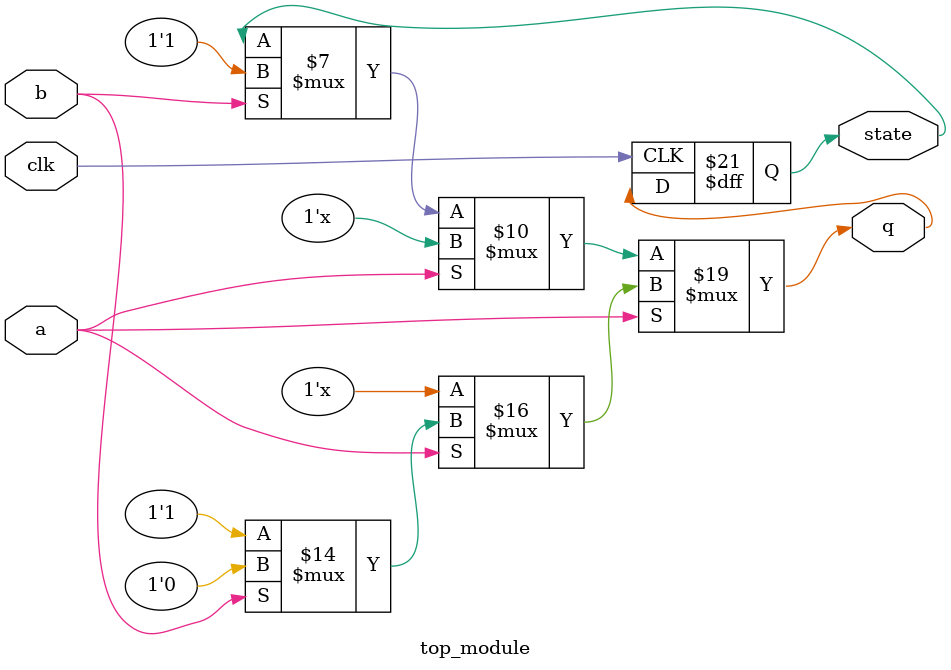
<source format=sv>
module top_module (
    input clk,
    input a,
    input b,
    output reg q,
    output reg state
);

always @(posedge clk) begin
    state <= q;
end

always @* begin
    if (a == 1'b1) begin
        if (b == 1'b1) begin
            q = 1'b0;
        end else begin
            q = 1'b1;
        end
    end else begin
        if (b == 1'b1) begin
            q = 1'b1;
        end else begin
            q = state;
        end
    end
end

endmodule

</source>
